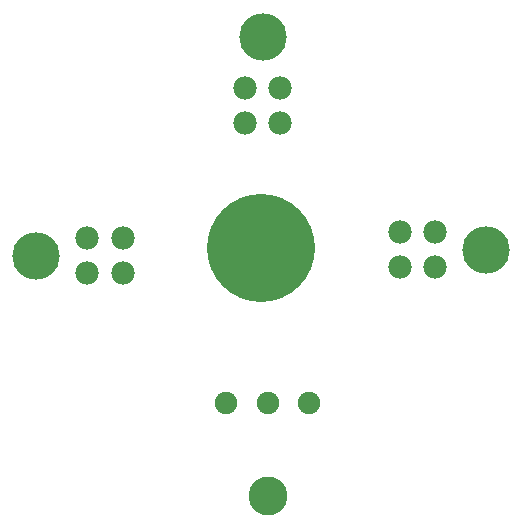
<source format=gbs>
G04*
G04 #@! TF.GenerationSoftware,Altium Limited,Altium Designer,18.1.6 (161)*
G04*
G04 Layer_Color=16711935*
%FSLAX44Y44*%
%MOMM*%
G71*
G01*
G75*
%ADD12C,1.9780*%
%ADD13C,4.0100*%
%ADD14C,3.3000*%
%ADD15C,1.9000*%
%ADD16C,9.1500*%
D12*
X615188Y531876D02*
D03*
Y501904D02*
D03*
X645160Y531876D02*
D03*
Y501904D02*
D03*
X380492Y496824D02*
D03*
Y526796D02*
D03*
X350520Y496824D02*
D03*
Y526796D02*
D03*
X484124Y624078D02*
D03*
X514096D02*
D03*
X484124Y654050D02*
D03*
X514096D02*
D03*
D13*
X688340Y516890D02*
D03*
X307340Y511810D02*
D03*
X499110Y697230D02*
D03*
D14*
X503480Y308250D02*
D03*
D15*
X538480Y387350D02*
D03*
X503480D02*
D03*
X468480D02*
D03*
D16*
X497840Y518160D02*
D03*
M02*

</source>
